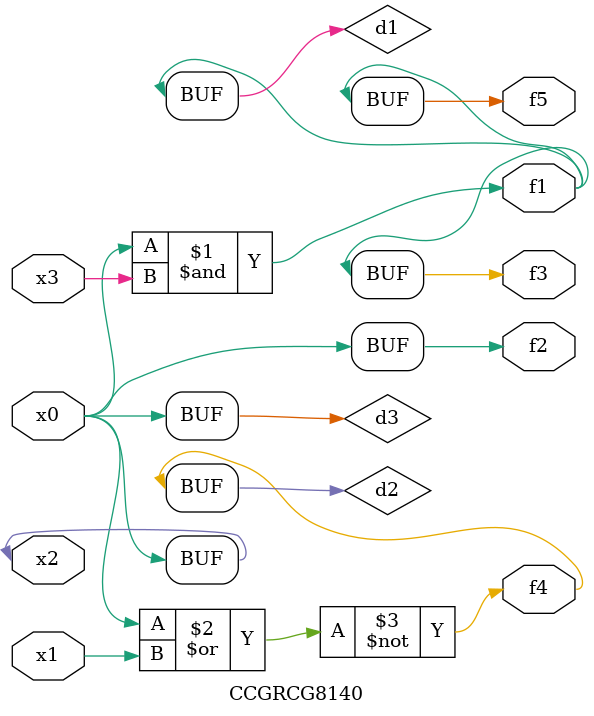
<source format=v>
module CCGRCG8140(
	input x0, x1, x2, x3,
	output f1, f2, f3, f4, f5
);

	wire d1, d2, d3;

	and (d1, x2, x3);
	nor (d2, x0, x1);
	buf (d3, x0, x2);
	assign f1 = d1;
	assign f2 = d3;
	assign f3 = d1;
	assign f4 = d2;
	assign f5 = d1;
endmodule

</source>
